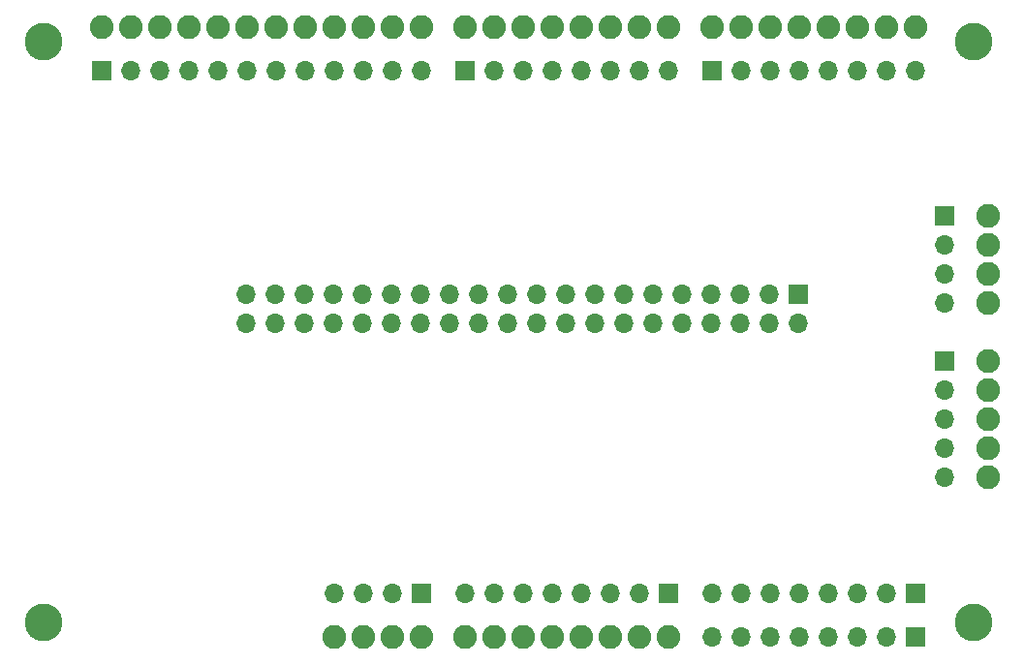
<source format=gts>
G04 #@! TF.GenerationSoftware,KiCad,Pcbnew,(6.0.0)*
G04 #@! TF.CreationDate,2022-02-06T12:12:12-06:00*
G04 #@! TF.ProjectId,MicroMod_ATP_CarrierBoard,4d696372-6f4d-46f6-945f-4154505f4361,rev?*
G04 #@! TF.SameCoordinates,Original*
G04 #@! TF.FileFunction,Soldermask,Top*
G04 #@! TF.FilePolarity,Negative*
%FSLAX46Y46*%
G04 Gerber Fmt 4.6, Leading zero omitted, Abs format (unit mm)*
G04 Created by KiCad (PCBNEW (6.0.0)) date 2022-02-06 12:12:12*
%MOMM*%
%LPD*%
G01*
G04 APERTURE LIST*
%ADD10C,2.082800*%
%ADD11C,3.302000*%
%ADD12R,1.700000X1.700000*%
%ADD13O,1.700000X1.700000*%
G04 APERTURE END LIST*
D10*
X166281100Y-78333600D03*
X168821100Y-78333600D03*
X171361100Y-78333600D03*
X173901100Y-78333600D03*
X176441100Y-78333600D03*
X178981100Y-78333600D03*
X181521100Y-78333600D03*
X184061100Y-78333600D03*
X144691100Y-78333600D03*
X147231100Y-78333600D03*
X149771100Y-78333600D03*
X152311100Y-78333600D03*
X154851100Y-78333600D03*
X157391100Y-78333600D03*
X159931100Y-78333600D03*
X162471100Y-78333600D03*
X112956100Y-78333600D03*
X115496100Y-78333600D03*
X118036100Y-78333600D03*
X120576100Y-78333600D03*
X190411100Y-94843600D03*
X190411100Y-97383600D03*
X190411100Y-99923600D03*
X190411100Y-102463600D03*
X162471100Y-131673600D03*
X159931100Y-131673600D03*
X157391100Y-131673600D03*
X154851100Y-131673600D03*
X152311100Y-131673600D03*
X149771100Y-131673600D03*
X147231100Y-131673600D03*
X144691100Y-131673600D03*
X140881100Y-78333600D03*
X138341100Y-78333600D03*
X135801100Y-78333600D03*
X133261100Y-78333600D03*
X130721100Y-78333600D03*
X128181100Y-78333600D03*
X125641100Y-78333600D03*
X123101100Y-78333600D03*
X133261100Y-131673600D03*
X135801100Y-131673600D03*
X138341100Y-131673600D03*
X140881100Y-131673600D03*
X190411100Y-107543600D03*
X190411100Y-110083600D03*
X190411100Y-112623600D03*
X190411100Y-115163600D03*
X190411100Y-117703600D03*
D11*
X107861100Y-130403600D03*
X189141100Y-130403600D03*
X107861100Y-79603600D03*
X189141100Y-79603600D03*
D12*
X173880000Y-101700000D03*
D13*
X173880000Y-104240000D03*
X171340000Y-101700000D03*
X171340000Y-104240000D03*
X168800000Y-101700000D03*
X168800000Y-104240000D03*
X166260000Y-101700000D03*
X166260000Y-104240000D03*
X163720000Y-101700000D03*
X163720000Y-104240000D03*
X161180000Y-101700000D03*
X161180000Y-104240000D03*
X158640000Y-101700000D03*
X158640000Y-104240000D03*
X156100000Y-101700000D03*
X156100000Y-104240000D03*
X153560000Y-101700000D03*
X153560000Y-104240000D03*
X151020000Y-101700000D03*
X151020000Y-104240000D03*
X148480000Y-101700000D03*
X148480000Y-104240000D03*
X145940000Y-101700000D03*
X145940000Y-104240000D03*
X143400000Y-101700000D03*
X143400000Y-104240000D03*
X140860000Y-101700000D03*
X140860000Y-104240000D03*
X138320000Y-101700000D03*
X138320000Y-104240000D03*
X135780000Y-101700000D03*
X135780000Y-104240000D03*
X133240000Y-101700000D03*
X133240000Y-104240000D03*
X130700000Y-101700000D03*
X130700000Y-104240000D03*
X128160000Y-101700000D03*
X128160000Y-104240000D03*
X125620000Y-101700000D03*
X125620000Y-104240000D03*
D12*
X166281100Y-82143600D03*
D13*
X168821100Y-82143600D03*
X171361100Y-82143600D03*
X173901100Y-82143600D03*
X176441100Y-82143600D03*
X178981100Y-82143600D03*
X181521100Y-82143600D03*
X184061100Y-82143600D03*
D12*
X144691100Y-82143600D03*
D13*
X147231100Y-82143600D03*
X149771100Y-82143600D03*
X152311100Y-82143600D03*
X154851100Y-82143600D03*
X157391100Y-82143600D03*
X159931100Y-82143600D03*
X162471100Y-82143600D03*
D12*
X112941100Y-82143600D03*
D13*
X115481100Y-82143600D03*
X118021100Y-82143600D03*
X120561100Y-82143600D03*
X123101100Y-82143600D03*
X125641100Y-82143600D03*
X128181100Y-82143600D03*
X130721100Y-82143600D03*
X133261100Y-82143600D03*
X135801100Y-82143600D03*
X138341100Y-82143600D03*
X140881100Y-82143600D03*
D12*
X140881100Y-127863600D03*
D13*
X138341100Y-127863600D03*
X135801100Y-127863600D03*
X133261100Y-127863600D03*
D12*
X186601100Y-94843600D03*
D13*
X186601100Y-97383600D03*
X186601100Y-99923600D03*
X186601100Y-102463600D03*
D12*
X186601100Y-107543600D03*
D13*
X186601100Y-110083600D03*
X186601100Y-112623600D03*
X186601100Y-115163600D03*
X186601100Y-117703600D03*
D12*
X162471100Y-127863600D03*
D13*
X159931100Y-127863600D03*
X157391100Y-127863600D03*
X154851100Y-127863600D03*
X152311100Y-127863600D03*
X149771100Y-127863600D03*
X147231100Y-127863600D03*
X144691100Y-127863600D03*
D12*
X184061100Y-131673600D03*
D13*
X181521100Y-131673600D03*
X178981100Y-131673600D03*
X176441100Y-131673600D03*
X173901100Y-131673600D03*
X171361100Y-131673600D03*
X168821100Y-131673600D03*
X166281100Y-131673600D03*
D12*
X184061100Y-127863600D03*
D13*
X181521100Y-127863600D03*
X178981100Y-127863600D03*
X176441100Y-127863600D03*
X173901100Y-127863600D03*
X171361100Y-127863600D03*
X168821100Y-127863600D03*
X166281100Y-127863600D03*
M02*

</source>
